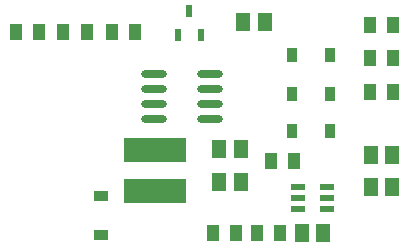
<source format=gbr>
G04*
G04 #@! TF.GenerationSoftware,Altium Limited,Altium Designer,23.0.1 (38)*
G04*
G04 Layer_Color=8421504*
%FSLAX25Y25*%
%MOIN*%
G70*
G04*
G04 #@! TF.SameCoordinates,C317ACD7-2F99-4A28-9CC3-B5CC64B43C24*
G04*
G04*
G04 #@! TF.FilePolarity,Positive*
G04*
G01*
G75*
%ADD17R,0.04134X0.05315*%
%ADD18O,0.08661X0.02362*%
%ADD19R,0.02362X0.03937*%
%ADD20R,0.04724X0.05906*%
%ADD21R,0.03583X0.04500*%
G04:AMPARAMS|DCode=22|XSize=49.21mil|YSize=23.23mil|CornerRadius=2.9mil|HoleSize=0mil|Usage=FLASHONLY|Rotation=180.000|XOffset=0mil|YOffset=0mil|HoleType=Round|Shape=RoundedRectangle|*
%AMROUNDEDRECTD22*
21,1,0.04921,0.01742,0,0,180.0*
21,1,0.04341,0.02323,0,0,180.0*
1,1,0.00581,-0.02170,0.00871*
1,1,0.00581,0.02170,0.00871*
1,1,0.00581,0.02170,-0.00871*
1,1,0.00581,-0.02170,-0.00871*
%
%ADD22ROUNDEDRECTD22*%
%ADD23R,0.04500X0.03583*%
%ADD24R,0.20866X0.07874*%
D17*
X426000Y421500D02*
D03*
X418323D02*
D03*
Y444000D02*
D03*
X426000D02*
D03*
Y433000D02*
D03*
X418323D02*
D03*
X385161Y398500D02*
D03*
X392839D02*
D03*
X365823Y374500D02*
D03*
X373500D02*
D03*
X300161Y441500D02*
D03*
X307839D02*
D03*
X332161D02*
D03*
X339839D02*
D03*
X323677D02*
D03*
X316000D02*
D03*
X388177Y374500D02*
D03*
X380500D02*
D03*
D18*
X346051Y427500D02*
D03*
Y422500D02*
D03*
Y417500D02*
D03*
Y412500D02*
D03*
X364949Y427500D02*
D03*
Y422500D02*
D03*
Y417500D02*
D03*
Y412500D02*
D03*
D19*
X358000Y448437D02*
D03*
X361740Y440563D02*
D03*
X354260D02*
D03*
D20*
X376000Y445000D02*
D03*
X383087D02*
D03*
X367957Y402500D02*
D03*
X375043D02*
D03*
X367957Y391500D02*
D03*
X375043D02*
D03*
X402500Y374500D02*
D03*
X395413D02*
D03*
X418457Y400500D02*
D03*
X425543D02*
D03*
X418457Y390000D02*
D03*
X425543D02*
D03*
D21*
X392087Y434000D02*
D03*
X405000D02*
D03*
X392087Y421000D02*
D03*
X405000D02*
D03*
X404957Y408500D02*
D03*
X392043D02*
D03*
D22*
X394118Y382500D02*
D03*
Y386240D02*
D03*
Y389980D02*
D03*
X404000D02*
D03*
Y386240D02*
D03*
Y382500D02*
D03*
D23*
X328500Y374043D02*
D03*
Y386957D02*
D03*
D24*
X346500Y402390D02*
D03*
Y388610D02*
D03*
M02*

</source>
